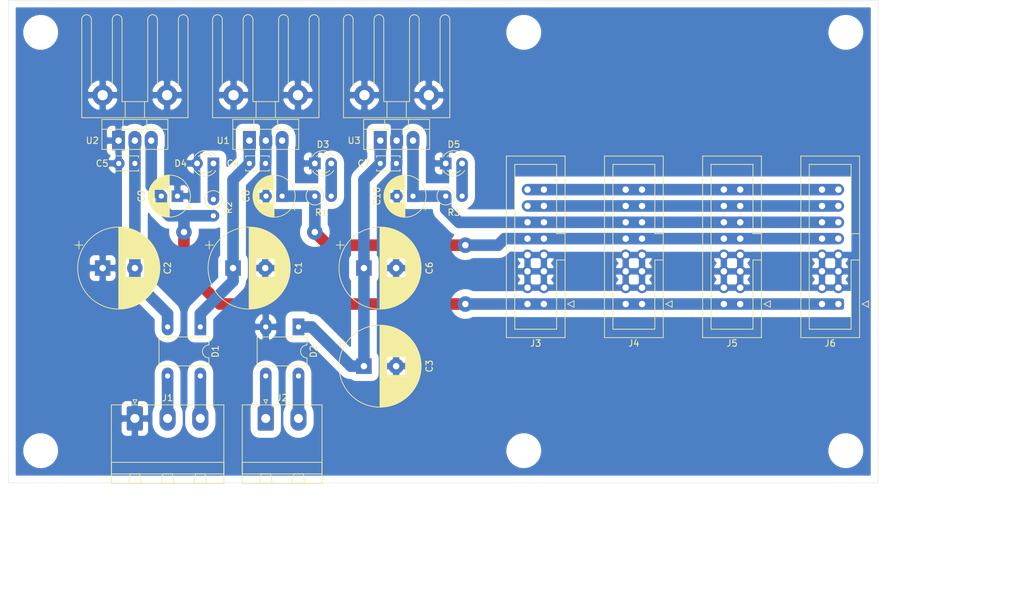
<source format=kicad_pcb>
(kicad_pcb (version 20171130) (host pcbnew 5.1.6-c6e7f7d~86~ubuntu18.04.1)
  (layers (0 F.Cu signal) (31 B.Cu signal) (34 B.Paste user) (35 F.Paste user) (36 B.SilkS user) (37 F.SilkS user) (38 B.Mask user) (39 F.Mask user) (44 Edge.Cuts user))
  (net 0 "")
  (net 1 GND)
  (net 2 /7812_VI)
  (net 3 /7912_VI)
  (net 4 /7805_VI)
  (net 5 +12V)
  (net 6 -12V)
  (net 7 +5V)
  (net 8 /AC_IN_1_A)
  (net 9 /AC_IN_1_B)
  (net 10 /AC_IN_2_B)
  (net 11 /AC_IN_2_A)
  (net 12 "Net-(D3-Pad2)")
  (net 13 "Net-(D4-Pad1)")
  (net 14 "Net-(D5-Pad2)")
  (net 15 /CV)
  (net 16 /GATE)
  (module MountingHole:MountingHole_3.2mm_M3 (layer F.Cu) (at 100 100)
    (fp_text reference H6 hide)
    (fp_text value M3)
    (pad 1 np_thru_hole circle (at 0 0) (size 3.2 3.2) (drill 3.2) (layers *.Cu *.Mask))
  )
  (module MountingHole:MountingHole_3.2mm_M3 (layer F.Cu) (at 100 35)
    (fp_text reference H5 hide)
    (fp_text value M3)
    (pad 1 np_thru_hole circle (at 0 0) (size 3.2 3.2) (drill 3.2) (layers *.Cu *.Mask))
  )
  (module MountingHole:MountingHole_3.2mm_M3 (layer F.Cu) (at 150 100)
    (fp_text reference H4 hide)
    (fp_text value M3)
    (pad 1 np_thru_hole oval (at 0 0) (size 3.2 3.2) (drill 3.2) (layers *.Cu *.Mask))
  )
  (module MountingHole:MountingHole_3.2mm_M3 (layer F.Cu) (at 150 35)
    (fp_text reference H3 hide)
    (fp_text value M3)
    (pad 1 np_thru_hole oval (at 0 0) (size 3.2 3.2) (drill 3.2) (layers *.Cu *.Mask))
  )
  (module MountingHole:MountingHole_3.2mm_M3 (layer F.Cu) (at 25 100)
    (fp_text reference H2 hide)
    (fp_text value M3)
    (pad 1 np_thru_hole oval (at 0 0) (size 3.2 3.2) (drill 3.2) (layers *.Cu *.Mask))
  )
  (module MountingHole:MountingHole_3.2mm_M3 (layer F.Cu) (at 25 35)
    (fp_text reference H1 hide)
    (fp_text value M3)
    (pad 1 np_thru_hole oval (at 0 0) (size 3.2 3.2) (drill 3.2) (layers *.Cu *.Mask))
  )
  (module Resistor_THT:R_Axial_DIN0207_L6.3mm_D2.5mm_P2.54mm_Vertical (layer F.Cu) (at 87.884 60.452)
    (fp_text reference R3 (at 1.27 2.54) (layer F.SilkS))
    (fp_text value 1kΩ)
    (pad 2 thru_hole oval (at 2.54 0) (size 1.8 1.8) (drill 0.8) (layers *.Cu *.Mask) (net 14 "Net-(D5-Pad2)"))
    (pad 1 thru_hole oval (at 0 0) (size 1.8 1.8) (drill 0.8) (layers *.Cu *.Mask) (net 7 +5V))
  )
  (module Resistor_THT:R_Axial_DIN0207_L6.3mm_D2.5mm_P2.54mm_Vertical (layer F.Cu) (at 51.816 60.96 270)
    (fp_text reference R2 (at 1.27 -2.37 90) (layer F.SilkS))
    (fp_text value 3.9kΩ)
    (pad 2 thru_hole oval (at 2.54 0 270) (size 1.8 1.8) (drill 0.8) (layers *.Cu *.Mask) (net 6 -12V))
    (pad 1 thru_hole oval (at 0 0 270) (size 1.8 1.8) (drill 0.8) (layers *.Cu *.Mask) (net 13 "Net-(D4-Pad1)"))
  )
  (module Resistor_THT:R_Axial_DIN0207_L6.3mm_D2.5mm_P2.54mm_Vertical (layer F.Cu) (at 67.564 60.452)
    (fp_text reference R1 (at 1.016 2.54) (layer F.SilkS))
    (fp_text value 3.9kΩ)
    (pad 2 thru_hole oval (at 2.54 0) (size 1.8 1.8) (drill 0.8) (layers *.Cu *.Mask) (net 12 "Net-(D3-Pad2)"))
    (pad 1 thru_hole oval (at 0 0) (size 1.8 1.8) (drill 0.8) (layers *.Cu *.Mask) (net 5 +12V))
  )
  (module Capacitor_THT:C_Disc_D3.4mm_W2.1mm_P2.50mm (layer F.Cu) (at 37.124 55.372)
    (fp_text reference C5 (at -2.58 0) (layer F.SilkS))
    (fp_text value 0.33μF)
    (pad 2 thru_hole oval (at 2.5 0) (size 1.8 1.8) (drill 0.8) (layers *.Cu *.Mask) (net 3 /7912_VI))
    (pad 1 thru_hole oval (at 0 0) (size 1.8 1.8) (drill 0.8) (layers *.Cu *.Mask) (net 1 GND))
  )
  (module Capacitor_THT:CP_Radial_D12.5mm_P5.00mm (layer F.Cu) (at 54.864 71.628)
    (fp_text reference C1 (at 10.16 0 90) (layer F.SilkS))
    (fp_text value 1000μF25V)
    (pad 2 thru_hole oval (at 5 0) (size 2.4 2.4) (drill 1) (layers *.Cu *.Mask) (net 1 GND))
    (pad 1 thru_hole rect (at 0 0) (size 2.4 2.4) (drill 1) (layers *.Cu *.Mask) (net 2 /7812_VI))
  )
  (module Capacitor_THT:CP_Radial_D12.5mm_P5.00mm (layer F.Cu) (at 34.624 71.628)
    (fp_text reference C2 (at 10.08 0 90) (layer F.SilkS))
    (fp_text value 1000μF25V)
    (pad 1 thru_hole rect (at 0 0) (size 2.4 2.4) (drill 1) (layers *.Cu *.Mask) (net 1 GND))
    (pad 2 thru_hole oval (at 5 0) (size 2.4 2.4) (drill 1) (layers *.Cu *.Mask) (net 3 /7912_VI))
  )
  (module Capacitor_THT:CP_Radial_D12.5mm_P5.00mm (layer F.Cu) (at 75.184 86.868)
    (fp_text reference C3 (at 10.16 0 90) (layer F.SilkS))
    (fp_text value 1000μF25V)
    (pad 1 thru_hole rect (at 0 0) (size 2.4 2.4) (drill 1) (layers *.Cu *.Mask) (net 4 /7805_VI))
    (pad 2 thru_hole oval (at 5 0) (size 2.4 2.4) (drill 1) (layers *.Cu *.Mask) (net 1 GND))
  )
  (module Capacitor_THT:C_Disc_D3.4mm_W2.1mm_P2.50mm (layer F.Cu) (at 57.404 55.372)
    (fp_text reference C4 (at -2.54 0) (layer F.SilkS))
    (fp_text value 0.33μF)
    (pad 1 thru_hole oval (at 0 0) (size 1.8 1.8) (drill 0.8) (layers *.Cu *.Mask) (net 2 /7812_VI))
    (pad 2 thru_hole oval (at 2.5 0) (size 1.8 1.8) (drill 0.8) (layers *.Cu *.Mask) (net 1 GND))
  )
  (module Capacitor_THT:CP_Radial_D12.5mm_P5.00mm (layer F.Cu) (at 75.184 71.628)
    (fp_text reference C6 (at 10.16 0 90) (layer F.SilkS))
    (fp_text value 1000μF25V)
    (pad 2 thru_hole oval (at 5 0) (size 2.4 2.4) (drill 1) (layers *.Cu *.Mask) (net 1 GND))
    (pad 1 thru_hole rect (at 0 0) (size 2.4 2.4) (drill 1) (layers *.Cu *.Mask) (net 4 /7805_VI))
  )
  (module Capacitor_THT:C_Disc_D3.4mm_W2.1mm_P2.50mm (layer F.Cu) (at 77.724 55.372)
    (fp_text reference C7 (at -2.54 0) (layer F.SilkS))
    (fp_text value 0.33μF)
    (pad 1 thru_hole oval (at 0 0) (size 1.8 1.8) (drill 0.8) (layers *.Cu *.Mask) (net 4 /7805_VI))
    (pad 2 thru_hole oval (at 2.5 0) (size 1.8 1.8) (drill 0.8) (layers *.Cu *.Mask) (net 1 GND))
  )
  (module Capacitor_THT:CP_Radial_D6.3mm_P2.50mm (layer F.Cu) (at 62.484 60.452 180)
    (fp_text reference C8 (at 5.588 0 90) (layer F.SilkS))
    (fp_text value 100μF)
    (pad 1 thru_hole rect (at 0 0 180) (size 1.8 1.8) (drill 0.8) (layers *.Cu *.Mask) (net 5 +12V))
    (pad 2 thru_hole oval (at 2.5 0 180) (size 1.8 1.8) (drill 0.8) (layers *.Cu *.Mask) (net 1 GND))
  )
  (module Capacitor_THT:CP_Radial_D6.3mm_P2.50mm (layer F.Cu) (at 46.228 60.452 180)
    (fp_text reference C9 (at 5.588 0 90) (layer F.SilkS))
    (fp_text value 100μF)
    (pad 2 thru_hole oval (at 2.5 0 180) (size 1.8 1.8) (drill 0.8) (layers *.Cu *.Mask) (net 6 -12V))
    (pad 1 thru_hole rect (at 0 0 180) (size 1.8 1.8) (drill 0.8) (layers *.Cu *.Mask) (net 1 GND))
  )
  (module Capacitor_THT:CP_Radial_D6.3mm_P2.50mm (layer F.Cu) (at 82.804 60.452 180)
    (fp_text reference C10 (at 5.588 0 90) (layer F.SilkS))
    (fp_text value 100μF)
    (pad 1 thru_hole rect (at 0 0 180) (size 1.8 1.8) (drill 0.8) (layers *.Cu *.Mask) (net 7 +5V))
    (pad 2 thru_hole oval (at 2.5 0 180) (size 1.8 1.8) (drill 0.8) (layers *.Cu *.Mask) (net 1 GND))
  )
  (module SDI2100:SDI2100 (layer F.Cu) (at 49.784 80.772 270)
    (fp_text reference D1 (at 3.81 -2.33 90) (layer F.SilkS))
    (fp_text value SDI2100)
    (pad 1 thru_hole rect (at 0 0 270) (size 2.6 1.8) (drill 0.8) (layers *.Cu *.Mask) (net 2 /7812_VI))
    (pad 3 thru_hole oval (at 7.62 5.08 270) (size 2.6 1.8) (drill 0.8) (layers *.Cu *.Mask) (net 8 /AC_IN_1_A))
    (pad 2 thru_hole oval (at 0 5.08 270) (size 2.6 1.8) (drill 0.8) (layers *.Cu *.Mask) (net 3 /7912_VI))
    (pad 4 thru_hole oval (at 7.62 0 270) (size 2.6 1.8) (drill 0.8) (layers *.Cu *.Mask) (net 9 /AC_IN_1_B))
  )
  (module SDI2100:SDI2100 (layer F.Cu) (at 65.024 80.772 270)
    (fp_text reference D2 (at 3.81 -2.33 90) (layer F.SilkS))
    (fp_text value SDI2100)
    (pad 4 thru_hole oval (at 7.62 0 270) (size 2.6 1.8) (drill 0.8) (layers *.Cu *.Mask) (net 10 /AC_IN_2_B))
    (pad 2 thru_hole oval (at 0 5.08 270) (size 2.6 1.8) (drill 0.8) (layers *.Cu *.Mask) (net 1 GND))
    (pad 3 thru_hole oval (at 7.62 5.08 270) (size 2.6 1.8) (drill 0.8) (layers *.Cu *.Mask) (net 11 /AC_IN_2_A))
    (pad 1 thru_hole rect (at 0 0 270) (size 2.6 1.8) (drill 0.8) (layers *.Cu *.Mask) (net 4 /7805_VI))
  )
  (module LED_THT:LED_D3.0mm (layer F.Cu) (at 67.564 55.372)
    (fp_text reference D3 (at 1.27 -2.96) (layer F.SilkS))
    (fp_text value LED)
    (pad 1 thru_hole rect (at 0 0) (size 1.8 1.8) (drill 0.9) (layers *.Cu *.Mask) (net 1 GND))
    (pad 2 thru_hole oval (at 2.54 0) (size 1.8 1.8) (drill 0.9) (layers *.Cu *.Mask) (net 12 "Net-(D3-Pad2)"))
  )
  (module LED_THT:LED_D3.0mm (layer F.Cu) (at 51.816 55.372 180)
    (fp_text reference D4 (at 5.08 0) (layer F.SilkS))
    (fp_text value LED)
    (pad 2 thru_hole oval (at 2.54 0 180) (size 1.8 1.8) (drill 0.9) (layers *.Cu *.Mask) (net 1 GND))
    (pad 1 thru_hole rect (at 0 0 180) (size 1.8 1.8) (drill 0.9) (layers *.Cu *.Mask) (net 13 "Net-(D4-Pad1)"))
  )
  (module LED_THT:LED_D3.0mm (layer F.Cu) (at 87.884 55.372)
    (fp_text reference D5 (at 1.27 -2.96) (layer F.SilkS))
    (fp_text value LED)
    (pad 1 thru_hole rect (at 0 0) (size 1.8 1.8) (drill 0.9) (layers *.Cu *.Mask) (net 1 GND))
    (pad 2 thru_hole oval (at 2.54 0) (size 1.8 1.8) (drill 0.9) (layers *.Cu *.Mask) (net 14 "Net-(D5-Pad2)"))
  )
  (module 16PB017-01025:16PB017-01025 (layer F.Cu) (at 59.944 48.26 180)
    (fp_text reference HS1 hide)
    (fp_text value 16PB017-01025)
    (pad 1 thru_hole oval (at 5 3.5 180) (size 3.2 3.2) (drill 1.6) (layers *.Cu *.Mask) (net 1 GND))
    (pad 1 thru_hole oval (at -5 3.5 180) (size 3.2 3.2) (drill 1.6) (layers *.Cu *.Mask) (net 1 GND))
  )
  (module 16PB017-01025:16PB017-01025 (layer F.Cu) (at 39.624 48.26 180)
    (fp_text reference HS2 hide)
    (fp_text value 16PB017-01025)
    (pad 1 thru_hole oval (at -5 3.5 180) (size 3.2 3.2) (drill 1.6) (layers *.Cu *.Mask) (net 1 GND))
    (pad 1 thru_hole oval (at 5 3.5 180) (size 3.2 3.2) (drill 1.6) (layers *.Cu *.Mask) (net 1 GND))
  )
  (module 16PB017-01025:16PB017-01025 (layer F.Cu) (at 80.264 48.26 180)
    (fp_text reference HS3 hide)
    (fp_text value 16PB017-01025)
    (pad 1 thru_hole oval (at 5 3.5 180) (size 3.2 3.2) (drill 1.6) (layers *.Cu *.Mask) (net 1 GND))
    (pad 1 thru_hole oval (at -5 3.5 180) (size 3.2 3.2) (drill 1.6) (layers *.Cu *.Mask) (net 1 GND))
  )
  (module Connector_Phoenix_MSTB:PhoenixContact_MSTBA_2,5_3-G-5,08_1x03_P5.08mm_Horizontal (layer F.Cu) (at 39.624 94.996)
    (fp_text reference J1 (at 5.08 -3.2) (layer F.SilkS))
    (fp_text value AC_IN_1)
    (pad 1 thru_hole roundrect (at 0 0) (size 2.5 3.8) (drill 1.4) (layers *.Cu *.Mask) (roundrect_rratio 0.12) (net 1 GND))
    (pad 2 thru_hole oval (at 5.08 0) (size 2.5 3.8) (drill 1.4) (layers *.Cu *.Mask) (net 8 /AC_IN_1_A))
    (pad 3 thru_hole oval (at 10.16 0) (size 2.5 3.8) (drill 1.4) (layers *.Cu *.Mask) (net 9 /AC_IN_1_B))
  )
  (module Connector_Phoenix_MSTB:PhoenixContact_MSTBA_2,5_2-G-5,08_1x02_P5.08mm_Horizontal (layer F.Cu) (at 59.944 94.996)
    (fp_text reference J2 (at 2.54 -3.2) (layer F.SilkS))
    (fp_text value AC_IN_2)
    (pad 1 thru_hole roundrect (at 0 0) (size 2.5 3.8) (drill 1.4) (layers *.Cu *.Mask) (roundrect_rratio 0.12) (net 11 /AC_IN_2_A))
    (pad 2 thru_hole oval (at 5.08 0) (size 2.5 3.8) (drill 1.4) (layers *.Cu *.Mask) (net 10 /AC_IN_2_B))
  )
  (module Connector_IDC:IDC-Header_2x08_P2.54mm_Vertical (layer F.Cu) (at 103.124 77.216 180)
    (fp_text reference J3 (at 1.27 -6.1) (layer F.SilkS))
    (fp_text value POWER_OUT_0)
    (pad 1 thru_hole roundrect (at 0 0 180) (size 1.7 1.7) (drill 1) (layers *.Cu *.Mask) (roundrect_rratio 0.147059) (net 6 -12V))
    (pad 3 thru_hole oval (at 0 2.54 180) (size 1.7 1.7) (drill 1) (layers *.Cu *.Mask) (net 1 GND))
    (pad 5 thru_hole oval (at 0 5.08 180) (size 1.7 1.7) (drill 1) (layers *.Cu *.Mask) (net 1 GND))
    (pad 7 thru_hole oval (at 0 7.62 180) (size 1.7 1.7) (drill 1) (layers *.Cu *.Mask) (net 1 GND))
    (pad 9 thru_hole oval (at 0 10.16 180) (size 1.7 1.7) (drill 1) (layers *.Cu *.Mask) (net 5 +12V))
    (pad 11 thru_hole oval (at 0 12.7 180) (size 1.7 1.7) (drill 1) (layers *.Cu *.Mask) (net 7 +5V))
    (pad 13 thru_hole oval (at 0 15.24 180) (size 1.7 1.7) (drill 1) (layers *.Cu *.Mask) (net 15 /CV))
    (pad 15 thru_hole oval (at 0 17.78 180) (size 1.7 1.7) (drill 1) (layers *.Cu *.Mask) (net 16 /GATE))
    (pad 2 thru_hole oval (at 2.54 0 180) (size 1.7 1.7) (drill 1) (layers *.Cu *.Mask) (net 6 -12V))
    (pad 4 thru_hole oval (at 2.54 2.54 180) (size 1.7 1.7) (drill 1) (layers *.Cu *.Mask) (net 1 GND))
    (pad 6 thru_hole oval (at 2.54 5.08 180) (size 1.7 1.7) (drill 1) (layers *.Cu *.Mask) (net 1 GND))
    (pad 8 thru_hole oval (at 2.54 7.62 180) (size 1.7 1.7) (drill 1) (layers *.Cu *.Mask) (net 1 GND))
    (pad 10 thru_hole oval (at 2.54 10.16 180) (size 1.7 1.7) (drill 1) (layers *.Cu *.Mask) (net 5 +12V))
    (pad 12 thru_hole oval (at 2.54 12.7 180) (size 1.7 1.7) (drill 1) (layers *.Cu *.Mask) (net 7 +5V))
    (pad 14 thru_hole oval (at 2.54 15.24 180) (size 1.7 1.7) (drill 1) (layers *.Cu *.Mask) (net 15 /CV))
    (pad 16 thru_hole oval (at 2.54 17.78 180) (size 1.7 1.7) (drill 1) (layers *.Cu *.Mask) (net 16 /GATE))
  )
  (module Connector_IDC:IDC-Header_2x08_P2.54mm_Vertical (layer F.Cu) (at 118.364 77.216 180)
    (fp_text reference J4 (at 1.27 -6.1) (layer F.SilkS))
    (fp_text value POWER_OUT_1)
    (pad 16 thru_hole oval (at 2.54 17.78 180) (size 1.7 1.7) (drill 1) (layers *.Cu *.Mask) (net 16 /GATE))
    (pad 14 thru_hole oval (at 2.54 15.24 180) (size 1.7 1.7) (drill 1) (layers *.Cu *.Mask) (net 15 /CV))
    (pad 12 thru_hole oval (at 2.54 12.7 180) (size 1.7 1.7) (drill 1) (layers *.Cu *.Mask) (net 7 +5V))
    (pad 10 thru_hole oval (at 2.54 10.16 180) (size 1.7 1.7) (drill 1) (layers *.Cu *.Mask) (net 5 +12V))
    (pad 8 thru_hole oval (at 2.54 7.62 180) (size 1.7 1.7) (drill 1) (layers *.Cu *.Mask) (net 1 GND))
    (pad 6 thru_hole oval (at 2.54 5.08 180) (size 1.7 1.7) (drill 1) (layers *.Cu *.Mask) (net 1 GND))
    (pad 4 thru_hole oval (at 2.54 2.54 180) (size 1.7 1.7) (drill 1) (layers *.Cu *.Mask) (net 1 GND))
    (pad 2 thru_hole oval (at 2.54 0 180) (size 1.7 1.7) (drill 1) (layers *.Cu *.Mask) (net 6 -12V))
    (pad 15 thru_hole oval (at 0 17.78 180) (size 1.7 1.7) (drill 1) (layers *.Cu *.Mask) (net 16 /GATE))
    (pad 13 thru_hole oval (at 0 15.24 180) (size 1.7 1.7) (drill 1) (layers *.Cu *.Mask) (net 15 /CV))
    (pad 11 thru_hole oval (at 0 12.7 180) (size 1.7 1.7) (drill 1) (layers *.Cu *.Mask) (net 7 +5V))
    (pad 9 thru_hole oval (at 0 10.16 180) (size 1.7 1.7) (drill 1) (layers *.Cu *.Mask) (net 5 +12V))
    (pad 7 thru_hole oval (at 0 7.62 180) (size 1.7 1.7) (drill 1) (layers *.Cu *.Mask) (net 1 GND))
    (pad 5 thru_hole oval (at 0 5.08 180) (size 1.7 1.7) (drill 1) (layers *.Cu *.Mask) (net 1 GND))
    (pad 3 thru_hole oval (at 0 2.54 180) (size 1.7 1.7) (drill 1) (layers *.Cu *.Mask) (net 1 GND))
    (pad 1 thru_hole roundrect (at 0 0 180) (size 1.7 1.7) (drill 1) (layers *.Cu *.Mask) (roundrect_rratio 0.147059) (net 6 -12V))
  )
  (module Connector_IDC:IDC-Header_2x08_P2.54mm_Vertical (layer F.Cu) (at 133.604 77.216 180)
    (fp_text reference J5 (at 1.27 -6.1) (layer F.SilkS))
    (fp_text value POWER_OUT_2)
    (pad 1 thru_hole roundrect (at 0 0 180) (size 1.7 1.7) (drill 1) (layers *.Cu *.Mask) (roundrect_rratio 0.147059) (net 6 -12V))
    (pad 3 thru_hole oval (at 0 2.54 180) (size 1.7 1.7) (drill 1) (layers *.Cu *.Mask) (net 1 GND))
    (pad 5 thru_hole oval (at 0 5.08 180) (size 1.7 1.7) (drill 1) (layers *.Cu *.Mask) (net 1 GND))
    (pad 7 thru_hole oval (at 0 7.62 180) (size 1.7 1.7) (drill 1) (layers *.Cu *.Mask) (net 1 GND))
    (pad 9 thru_hole oval (at 0 10.16 180) (size 1.7 1.7) (drill 1) (layers *.Cu *.Mask) (net 5 +12V))
    (pad 11 thru_hole oval (at 0 12.7 180) (size 1.7 1.7) (drill 1) (layers *.Cu *.Mask) (net 7 +5V))
    (pad 13 thru_hole oval (at 0 15.24 180) (size 1.7 1.7) (drill 1) (layers *.Cu *.Mask) (net 15 /CV))
    (pad 15 thru_hole oval (at 0 17.78 180) (size 1.7 1.7) (drill 1) (layers *.Cu *.Mask) (net 16 /GATE))
    (pad 2 thru_hole oval (at 2.54 0 180) (size 1.7 1.7) (drill 1) (layers *.Cu *.Mask) (net 6 -12V))
    (pad 4 thru_hole oval (at 2.54 2.54 180) (size 1.7 1.7) (drill 1) (layers *.Cu *.Mask) (net 1 GND))
    (pad 6 thru_hole oval (at 2.54 5.08 180) (size 1.7 1.7) (drill 1) (layers *.Cu *.Mask) (net 1 GND))
    (pad 8 thru_hole oval (at 2.54 7.62 180) (size 1.7 1.7) (drill 1) (layers *.Cu *.Mask) (net 1 GND))
    (pad 10 thru_hole oval (at 2.54 10.16 180) (size 1.7 1.7) (drill 1) (layers *.Cu *.Mask) (net 5 +12V))
    (pad 12 thru_hole oval (at 2.54 12.7 180) (size 1.7 1.7) (drill 1) (layers *.Cu *.Mask) (net 7 +5V))
    (pad 14 thru_hole oval (at 2.54 15.24 180) (size 1.7 1.7) (drill 1) (layers *.Cu *.Mask) (net 15 /CV))
    (pad 16 thru_hole oval (at 2.54 17.78 180) (size 1.7 1.7) (drill 1) (layers *.Cu *.Mask) (net 16 /GATE))
  )
  (module Connector_IDC:IDC-Header_2x08_P2.54mm_Vertical (layer F.Cu) (at 148.844 77.216 180)
    (fp_text reference J6 (at 1.27 -6.1) (layer F.SilkS))
    (fp_text value POWER_OUT_3)
    (pad 16 thru_hole oval (at 2.54 17.78 180) (size 1.7 1.7) (drill 1) (layers *.Cu *.Mask) (net 16 /GATE))
    (pad 14 thru_hole oval (at 2.54 15.24 180) (size 1.7 1.7) (drill 1) (layers *.Cu *.Mask) (net 15 /CV))
    (pad 12 thru_hole oval (at 2.54 12.7 180) (size 1.7 1.7) (drill 1) (layers *.Cu *.Mask) (net 7 +5V))
    (pad 10 thru_hole oval (at 2.54 10.16 180) (size 1.7 1.7) (drill 1) (layers *.Cu *.Mask) (net 5 +12V))
    (pad 8 thru_hole oval (at 2.54 7.62 180) (size 1.7 1.7) (drill 1) (layers *.Cu *.Mask) (net 1 GND))
    (pad 6 thru_hole oval (at 2.54 5.08 180) (size 1.7 1.7) (drill 1) (layers *.Cu *.Mask) (net 1 GND))
    (pad 4 thru_hole oval (at 2.54 2.54 180) (size 1.7 1.7) (drill 1) (layers *.Cu *.Mask) (net 1 GND))
    (pad 2 thru_hole oval (at 2.54 0 180) (size 1.7 1.7) (drill 1) (layers *.Cu *.Mask) (net 6 -12V))
    (pad 15 thru_hole oval (at 0 17.78 180) (size 1.7 1.7) (drill 1) (layers *.Cu *.Mask) (net 16 /GATE))
    (pad 13 thru_hole oval (at 0 15.24 180) (size 1.7 1.7) (drill 1) (layers *.Cu *.Mask) (net 15 /CV))
    (pad 11 thru_hole oval (at 0 12.7 180) (size 1.7 1.7) (drill 1) (layers *.Cu *.Mask) (net 7 +5V))
    (pad 9 thru_hole oval (at 0 10.16 180) (size 1.7 1.7) (drill 1) (layers *.Cu *.Mask) (net 5 +12V))
    (pad 7 thru_hole oval (at 0 7.62 180) (size 1.7 1.7) (drill 1) (layers *.Cu *.Mask) (net 1 GND))
    (pad 5 thru_hole oval (at 0 5.08 180) (size 1.7 1.7) (drill 1) (layers *.Cu *.Mask) (net 1 GND))
    (pad 3 thru_hole oval (at 0 2.54 180) (size 1.7 1.7) (drill 1) (layers *.Cu *.Mask) (net 1 GND))
    (pad 1 thru_hole roundrect (at 0 0 180) (size 1.7 1.7) (drill 1) (layers *.Cu *.Mask) (roundrect_rratio 0.147059) (net 6 -12V))
  )
  (module Package_TO_SOT_THT:TO-220-3_Vertical (layer F.Cu) (at 57.404 51.816)
    (fp_text reference U1 (at -4.064 0) (layer F.SilkS))
    (fp_text value NJM7812)
    (pad 3 thru_hole oval (at 5.08 0) (size 2 3) (drill 1) (layers *.Cu *.Mask) (net 5 +12V))
    (pad 2 thru_hole oval (at 2.54 0) (size 2 3) (drill 1) (layers *.Cu *.Mask) (net 1 GND))
    (pad 1 thru_hole rect (at 0 0) (size 2 3) (drill 1) (layers *.Cu *.Mask) (net 2 /7812_VI))
  )
  (module Package_TO_SOT_THT:TO-220-3_Vertical (layer F.Cu) (at 37.084 51.816)
    (fp_text reference U2 (at -4.064 0) (layer F.SilkS))
    (fp_text value NJM7912)
    (pad 1 thru_hole rect (at 0 0) (size 2 3) (drill 1) (layers *.Cu *.Mask) (net 1 GND))
    (pad 2 thru_hole oval (at 2.54 0) (size 2 3) (drill 1) (layers *.Cu *.Mask) (net 3 /7912_VI))
    (pad 3 thru_hole oval (at 5.08 0) (size 2 3) (drill 1) (layers *.Cu *.Mask) (net 6 -12V))
  )
  (module Package_TO_SOT_THT:TO-220-3_Vertical (layer F.Cu) (at 77.724 51.816)
    (fp_text reference U3 (at -4.064 0) (layer F.SilkS))
    (fp_text value NJM7805)
    (pad 1 thru_hole rect (at 0 0) (size 2 3) (drill 1) (layers *.Cu *.Mask) (net 4 /7805_VI))
    (pad 2 thru_hole oval (at 2.54 0) (size 2 3) (drill 1) (layers *.Cu *.Mask) (net 1 GND))
    (pad 3 thru_hole oval (at 5.08 0) (size 2 3) (drill 1) (layers *.Cu *.Mask) (net 7 +5V))
  )
  (gr_line (start 155 30) (end 20 30) (layer Edge.Cuts) (width 0.05))
  (gr_line (start 155 105) (end 155 30) (layer Edge.Cuts) (width 0.05))
  (gr_line (start 20 105) (end 155 105) (layer Edge.Cuts) (width 0.05))
  (gr_line (start 20 30) (end 20 105) (layer Edge.Cuts) (width 0.05))
  (segment (start 80.264 51.816) (end 80.264 49.657) (width 1.8) (layer B.Cu) (net 1))
  (segment (start 80.264 49.149) (end 79.375 48.26) (width 1.8) (layer B.Cu) (net 1))
  (segment (start 80.264 49.657) (end 80.264 49.149) (width 1.8) (layer B.Cu) (net 1))
  (segment (start 80.264 49.657) (end 81.153 48.768) (width 1.8) (layer B.Cu) (net 1))
  (segment (start 59.944 55.332) (end 59.904 55.372) (width 1.8) (layer B.Cu) (net 1))
  (segment (start 59.944 51.816) (end 59.944 55.332) (width 1.8) (layer B.Cu) (net 1))
  (segment (start 80.264 55.332) (end 80.224 55.372) (width 1.8) (layer B.Cu) (net 1))
  (segment (start 80.264 51.816) (end 80.264 55.332) (width 1.8) (layer B.Cu) (net 1))
  (segment (start 59.944 49.657) (end 60.833 48.768) (width 1.8) (layer B.Cu) (net 1))
  (segment (start 59.944 51.816) (end 59.944 49.657) (width 1.8) (layer B.Cu) (net 1))
  (segment (start 59.944 49.657) (end 59.944 49.149) (width 1.8) (layer B.Cu) (net 1))
  (segment (start 59.944 49.149) (end 59.055 48.26) (width 1.8) (layer B.Cu) (net 1))
  (segment (start 59.904 56.9995) (end 59.182 57.7215) (width 1.8) (layer B.Cu) (net 1))
  (segment (start 59.904 55.372) (end 59.904 56.9995) (width 1.8) (layer B.Cu) (net 1))
  (segment (start 80.264 55.332) (end 80.224 55.372) (width 1.8) (layer B.Cu) (net 1))
  (segment (start 80.224 56.9995) (end 79.502 57.7215) (width 1.8) (layer B.Cu) (net 1))
  (segment (start 80.224 55.372) (end 80.224 56.9995) (width 1.8) (layer B.Cu) (net 1))
  (segment (start 54.864 57.912) (end 57.404 55.372) (width 1.8) (layer B.Cu) (net 2))
  (segment (start 54.864 71.628) (end 54.864 57.912) (width 1.8) (layer B.Cu) (net 2))
  (segment (start 57.404 55.372) (end 57.404 51.816) (width 1.8) (layer B.Cu) (net 2))
  (segment (start 54.864 73.66) (end 54.864 71.628) (width 1.8) (layer B.Cu) (net 2))
  (segment (start 49.784 80.772) (end 49.784 78.74) (width 1.8) (layer B.Cu) (net 2))
  (segment (start 49.784 78.74) (end 54.864 73.66) (width 1.8) (layer B.Cu) (net 2))
  (segment (start 39.624 51.816) (end 39.624 55.372) (width 1.8) (layer B.Cu) (net 3))
  (segment (start 39.624 55.372) (end 39.624 71.628) (width 1.8) (layer B.Cu) (net 3))
  (segment (start 44.704 78.74) (end 44.704 80.772) (width 1.8) (layer B.Cu) (net 3))
  (segment (start 39.624 71.628) (end 39.624 73.66) (width 1.8) (layer B.Cu) (net 3))
  (segment (start 39.624 73.66) (end 44.704 78.74) (width 1.8) (layer B.Cu) (net 3))
  (segment (start 75.184 86.868) (end 75.184 71.628) (width 1.8) (layer B.Cu) (net 4))
  (segment (start 75.184 57.912) (end 77.724 55.372) (width 1.8) (layer B.Cu) (net 4))
  (segment (start 75.184 71.628) (end 75.184 57.912) (width 1.8) (layer B.Cu) (net 4))
  (segment (start 77.724 55.372) (end 77.724 51.816) (width 1.8) (layer B.Cu) (net 4))
  (segment (start 73.152 86.868) (end 75.184 86.868) (width 1.8) (layer B.Cu) (net 4))
  (segment (start 65.024 80.772) (end 67.056 80.772) (width 1.8) (layer B.Cu) (net 4))
  (segment (start 67.056 80.772) (end 73.152 86.868) (width 1.8) (layer B.Cu) (net 4))
  (segment (start 62.484 51.816) (end 62.484 60.452) (width 1.8) (layer B.Cu) (net 5))
  (segment (start 62.484 60.452) (end 67.564 60.452) (width 1.8) (layer B.Cu) (net 5))
  (segment (start 100.584 67.056) (end 103.124 67.056) (width 1.8) (layer B.Cu) (net 5))
  (segment (start 103.124 67.056) (end 115.824 67.056) (width 1.8) (layer B.Cu) (net 5))
  (segment (start 115.824 67.056) (end 118.364 67.056) (width 1.8) (layer B.Cu) (net 5))
  (segment (start 118.364 67.056) (end 131.064 67.056) (width 1.8) (layer B.Cu) (net 5))
  (segment (start 131.064 67.056) (end 133.604 67.056) (width 1.8) (layer B.Cu) (net 5))
  (segment (start 133.604 67.056) (end 146.304 67.056) (width 1.8) (layer B.Cu) (net 5))
  (segment (start 146.304 67.056) (end 148.844 67.056) (width 1.8) (layer B.Cu) (net 5))
  (segment (start 67.564 60.452) (end 67.564 66.04) (width 1.8) (layer B.Cu) (net 5))
  (via (at 67.564 66.04) (size 2.4) (drill 1) (layers F.Cu B.Cu) (net 5))
  (via (at 90.932 68.072) (size 2.4) (drill 1) (layers F.Cu B.Cu) (net 5))
  (segment (start 69.596 68.072) (end 67.564 66.04) (width 1.8) (layer F.Cu) (net 5))
  (segment (start 90.932 68.072) (end 69.596 68.072) (width 1.8) (layer F.Cu) (net 5))
  (segment (start 96.012 68.072) (end 90.932 68.072) (width 1.8) (layer B.Cu) (net 5))
  (segment (start 100.584 67.056) (end 97.028 67.056) (width 1.8) (layer B.Cu) (net 5))
  (segment (start 97.028 67.056) (end 96.012 68.072) (width 1.8) (layer B.Cu) (net 5))
  (segment (start 42.164 58.888) (end 43.728 60.452) (width 1.8) (layer B.Cu) (net 6))
  (segment (start 42.164 51.816) (end 42.164 58.888) (width 1.8) (layer B.Cu) (net 6))
  (segment (start 43.728 62.272002) (end 44.955998 63.5) (width 1.8) (layer B.Cu) (net 6))
  (segment (start 43.728 60.452) (end 43.728 62.272002) (width 1.8) (layer B.Cu) (net 6))
  (segment (start 100.584 77.216) (end 103.124 77.216) (width 1.8) (layer B.Cu) (net 6))
  (segment (start 103.124 77.216) (end 115.824 77.216) (width 1.8) (layer B.Cu) (net 6))
  (segment (start 115.824 77.216) (end 118.364 77.216) (width 1.8) (layer B.Cu) (net 6))
  (segment (start 118.364 77.216) (end 131.064 77.216) (width 1.8) (layer B.Cu) (net 6))
  (segment (start 131.064 77.216) (end 133.604 77.216) (width 1.8) (layer B.Cu) (net 6))
  (segment (start 133.604 77.216) (end 146.304 77.216) (width 1.8) (layer B.Cu) (net 6))
  (segment (start 146.304 77.216) (end 148.844 77.216) (width 1.8) (layer B.Cu) (net 6))
  (segment (start 47.244 63.5) (end 51.816 63.5) (width 1.8) (layer B.Cu) (net 6))
  (segment (start 44.955998 63.5) (end 47.244 63.5) (width 1.8) (layer B.Cu) (net 6))
  (via (at 90.932 77.216) (size 2.4) (drill 1) (layers F.Cu B.Cu) (net 6))
  (via (at 47.244 66.040004) (size 2.4) (drill 1) (layers F.Cu B.Cu) (net 6))
  (segment (start 47.244 63.5) (end 47.244 66.040004) (width 1.8) (layer B.Cu) (net 6))
  (segment (start 90.932 77.216) (end 52.832 77.216) (width 1.8) (layer F.Cu) (net 6))
  (segment (start 47.244 71.628) (end 47.244 66.040004) (width 1.8) (layer F.Cu) (net 6))
  (segment (start 52.832 77.216) (end 47.244 71.628) (width 1.8) (layer F.Cu) (net 6))
  (segment (start 90.932 77.216) (end 100.584 77.216) (width 1.8) (layer B.Cu) (net 6))
  (segment (start 82.804 60.452) (end 82.804 51.816) (width 1.8) (layer B.Cu) (net 7))
  (segment (start 82.804 60.452) (end 87.884 60.452) (width 1.8) (layer B.Cu) (net 7))
  (segment (start 87.884 62.484) (end 87.884 60.452) (width 1.8) (layer B.Cu) (net 7))
  (segment (start 89.916 64.516) (end 87.884 62.484) (width 1.8) (layer B.Cu) (net 7))
  (segment (start 100.584 64.516) (end 103.124 64.516) (width 1.8) (layer B.Cu) (net 7))
  (segment (start 103.124 64.516) (end 115.824 64.516) (width 1.8) (layer B.Cu) (net 7))
  (segment (start 115.824 64.516) (end 118.364 64.516) (width 1.8) (layer B.Cu) (net 7))
  (segment (start 118.364 64.516) (end 131.064 64.516) (width 1.8) (layer B.Cu) (net 7))
  (segment (start 131.064 64.516) (end 133.604 64.516) (width 1.8) (layer B.Cu) (net 7))
  (segment (start 133.604 64.516) (end 146.304 64.516) (width 1.8) (layer B.Cu) (net 7))
  (segment (start 146.304 64.516) (end 148.844 64.516) (width 1.8) (layer B.Cu) (net 7))
  (segment (start 100.584 64.516) (end 89.916 64.516) (width 1.8) (layer B.Cu) (net 7))
  (segment (start 44.704 88.392) (end 44.704 94.996) (width 1.8) (layer B.Cu) (net 8))
  (segment (start 49.784 88.392) (end 49.784 94.996) (width 1.8) (layer B.Cu) (net 9))
  (segment (start 65.024 88.392) (end 65.024 94.996) (width 1.8) (layer B.Cu) (net 10))
  (segment (start 59.944 94.996) (end 59.944 88.392) (width 1.8) (layer B.Cu) (net 11))
  (segment (start 70.104 60.452) (end 70.104 55.372) (width 1.8) (layer B.Cu) (net 12))
  (segment (start 51.816 55.372) (end 51.816 60.96) (width 1.8) (layer B.Cu) (net 13))
  (segment (start 90.424 60.452) (end 90.424 55.372) (width 1.8) (layer B.Cu) (net 14))
  (segment (start 148.844 61.976) (end 146.304 61.976) (width 1.8) (layer B.Cu) (net 15))
  (segment (start 146.304 61.976) (end 133.604 61.976) (width 1.8) (layer B.Cu) (net 15))
  (segment (start 133.604 61.976) (end 131.064 61.976) (width 1.8) (layer B.Cu) (net 15))
  (segment (start 131.064 61.976) (end 118.364 61.976) (width 1.8) (layer B.Cu) (net 15))
  (segment (start 118.364 61.976) (end 115.824 61.976) (width 1.8) (layer B.Cu) (net 15))
  (segment (start 115.824 61.976) (end 103.124 61.976) (width 1.8) (layer B.Cu) (net 15))
  (segment (start 103.124 61.976) (end 100.584 61.976) (width 1.8) (layer B.Cu) (net 15))
  (segment (start 100.584 59.436) (end 103.124 59.436) (width 1.8) (layer B.Cu) (net 16))
  (segment (start 115.604 59.436) (end 115.824 59.436) (width 1.8) (layer B.Cu) (net 16))
  (segment (start 103.124 59.436) (end 115.604 59.436) (width 1.8) (layer B.Cu) (net 16))
  (segment (start 118.104 59.436) (end 131.064 59.436) (width 1.8) (layer B.Cu) (net 16))
  (segment (start 118.104 59.436) (end 118.364 59.436) (width 1.8) (layer B.Cu) (net 16))
  (segment (start 115.604 59.436) (end 118.104 59.436) (width 1.8) (layer B.Cu) (net 16))
  (segment (start 131.064 59.436) (end 133.604 59.436) (width 1.8) (layer B.Cu) (net 16))
  (segment (start 133.604 59.436) (end 146.304 59.436) (width 1.8) (layer B.Cu) (net 16))
  (segment (start 146.304 59.436) (end 148.844 59.436) (width 1.8) (layer B.Cu) (net 16))
  (zone (net 1) (net_name GND) (layer B.Cu) (connect_pads (clearance 1.1)) (min_thickness 0.3) (fill yes (arc_segments 32) (thermal_gap 0.8) (thermal_bridge_width 1))
    (polygon (pts (xy 155 105) (xy 20 105) (xy 20 30) (xy 155 30)))
    (polygon (pts (xy 98.552 75.184) (xy 98.552 79.248) (xy 150.876 79.248) (xy 150.876 75.184)))
    (polygon (pts (xy 98.552 57.404) (xy 98.552 69.088) (xy 150.876 69.088) (xy 150.876 57.404)))
  )
)
</source>
